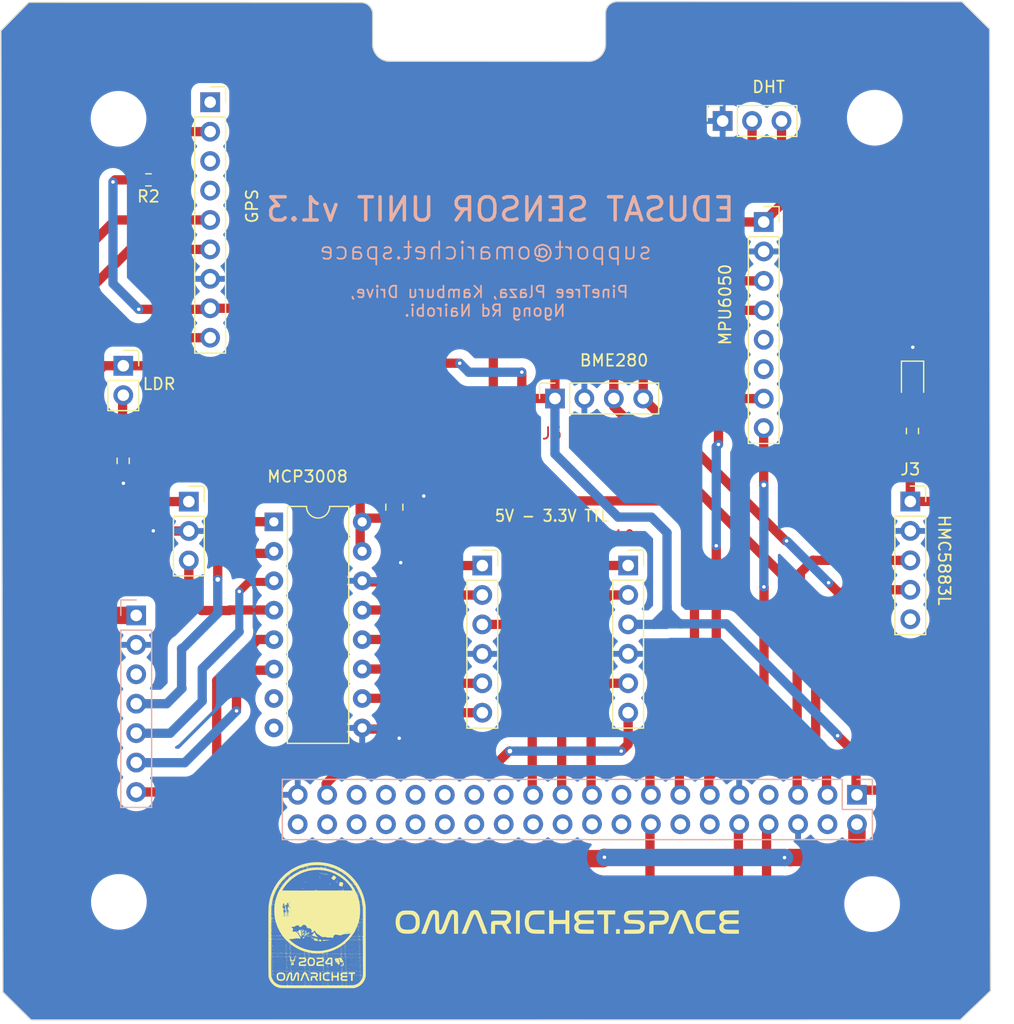
<source format=kicad_pcb>
(kicad_pcb (version 20221018) (generator pcbnew)
  (layers (0 "F.Cu" signal) (31 "B.Cu" power) (34 "B.Paste" user) (35 "F.Paste" user) (36 "B.SilkS" user "B.Silkscreen") (37 "F.SilkS" user "F.Silkscreen") (38 "B.Mask" user) (39 "F.Mask" user) (44 "Edge.Cuts" user))
  (net 0 "")
  (net 1 "+5V")
  (net 2 "GND")
  (net 3 "CH0")
  (net 4 "DHTOUT")
  (net 5 "+3.3V")
  (net 6 "SCL")
  (net 7 "SDA")
  (net 11 "ADO")
  (net 12 "INT")
  (net 16 "TX")
  (net 17 "RX")
  (net 18 "PPS")
  (net 19 "CH3")
  (net 20 "CLK")
  (net 21 "MISO")
  (net 22 "MOSI")
  (net 23 "CS")
  (net 30 "RXO1_MOSI")
  (net 32 "RXO_MISO")
  (net 34 "TXI_CLK")
  (net 40 "OE")
  (net 48 "TXI1_CS")
  (net 51 "CH1")
  (net 52 "CH2")
  (net 55 "/EN")
  (net 56 "Net-(D1-Pad2)")
  (net 57 "CH4")
  (net 58 "CH5")
  (footprint "LED_SMD:LED_0805_2012Metric" (layer "F.Cu") (at 164.47 94.2575 -90)
    (fp_text reference "D1" (at -0.5315 2.418 90) (layer "F.Cu"))
    (fp_text value "LED")
    (pad "1" smd roundrect (at -0.9375 0 270) (size 0.975 1.4) (layers "F.Cu" "F.Paste" "F.Mask") (net 2 "GND"))
    (pad "2" smd roundrect (at 0.9375 0 270) (size 0.975 1.4) (layers "F.Cu" "F.Paste" "F.Mask") (net 56 "Net-(D1-Pad2)"))
  )
  (footprint "Resistor_SMD:R_0603_1608Metric" (layer "F.Cu") (at 98.53 76.93 180)
    (fp_text reference "R2" (at 0 -1.43) (layer "F.SilkS"))
    (fp_text value "10K")
    (pad "1" smd roundrect (at -0.825 0 180) (size 0.8 0.95) (layers "F.Cu" "F.Paste" "F.Mask") (net 55 "/EN"))
    (pad "2" smd roundrect (at 0.825 0 180) (size 0.8 0.95) (layers "F.Cu" "F.Paste" "F.Mask") (net 5 "+3.3V"))
  )
  (footprint "MountingHole:MountingHole_3.2mm_M3" (layer "F.Cu") (at 95.95 71.66)
    (fp_text reference "H2" hide)
    (fp_text value "MountingHole")
    (pad "" np_thru_hole circle (at 0 0) (size 3.2 3.2) (drill 3.2) (layers "*.Cu" "*.Mask"))
  )
  (footprint "LOGO" (layer "F.Cu") (at 112.683752 141.510347)
    (fp_text reference "G***" hide)
    (fp_text value "LOGO" hide)
  )
  (footprint "Package_DIP:DIP-16_W7.62mm" (layer "F.Cu") (at 109.356 106.441)
    (fp_text reference "U1" (at 3.81 -2.33) (layer "F.Cu"))
    (fp_text value "MCP3008")
    (pad "1" thru_hole rect (at 0 0) (size 1.6 1.6) (drill 0.8) (layers "*.Cu" "*.Mask") (net 3 "CH0"))
    (pad "2" thru_hole oval (at 0 2.54) (size 1.6 1.6) (drill 0.8) (layers "*.Cu" "*.Mask") (net 51 "CH1"))
    (pad "3" thru_hole oval (at 0 5.08) (size 1.6 1.6) (drill 0.8) (layers "*.Cu" "*.Mask") (net 52 "CH2"))
    (pad "4" thru_hole oval (at 0 7.62) (size 1.6 1.6) (drill 0.8) (layers "*.Cu" "*.Mask") (net 19 "CH3"))
    (pad "5" thru_hole oval (at 0 10.16) (size 1.6 1.6) (drill 0.8) (layers "*.Cu" "*.Mask") (net 57 "CH4"))
    (pad "6" thru_hole oval (at 0 12.7) (size 1.6 1.6) (drill 0.8) (layers "*.Cu" "*.Mask") (net 58 "CH5"))
    (pad "7" thru_hole oval (at 0 15.24) (size 1.6 1.6) (drill 0.8) (layers "*.Cu" "*.Mask"))
    (pad "8" thru_hole oval (at 0 17.78) (size 1.6 1.6) (drill 0.8) (layers "*.Cu" "*.Mask"))
    (pad "9" thru_hole oval (at 7.62 17.78) (size 1.6 1.6) (drill 0.8) (layers "*.Cu" "*.Mask") (net 2 "GND"))
    (pad "10" thru_hole oval (at 7.62 15.24) (size 1.6 1.6) (drill 0.8) (layers "*.Cu" "*.Mask") (net 23 "CS"))
    (pad "11" thru_hole oval (at 7.62 12.7) (size 1.6 1.6) (drill 0.8) (layers "*.Cu" "*.Mask") (net 22 "MOSI"))
    (pad "12" thru_hole oval (at 7.62 10.16) (size 1.6 1.6) (drill 0.8) (layers "*.Cu" "*.Mask") (net 21 "MISO"))
    (pad "13" thru_hole oval (at 7.62 7.62) (size 1.6 1.6) (drill 0.8) (layers "*.Cu" "*.Mask") (net 20 "CLK"))
    (pad "14" thru_hole oval (at 7.62 5.08) (size 1.6 1.6) (drill 0.8) (layers "*.Cu" "*.Mask") (net 2 "GND"))
    (pad "15" thru_hole oval (at 7.62 2.54) (size 1.6 1.6) (drill 0.8) (layers "*.Cu" "*.Mask") (net 1 "+5V"))
    (pad "16" thru_hole oval (at 7.62 0) (size 1.6 1.6) (drill 0.8) (layers "*.Cu" "*.Mask") (net 1 "+5V"))
  )
  (footprint "Connector_PinSocket_2.54mm:PinSocket_1x03_P2.54mm_Vertical" (layer "F.Cu") (at 102.015 104.69)
    (fp_text reference "J7" (at 2.633 2.498) (layer "F.Cu"))
    (fp_text value "Conn_01x03_GUVA-S12SD")
    (pad "1" thru_hole rect (at 0 0) (size 1.7 1.7) (drill 1) (layers "*.Cu" "*.Mask") (net 1 "+5V"))
    (pad "2" thru_hole oval (at 0 2.54) (size 1.7 1.7) (drill 1) (layers "*.Cu" "*.Mask") (net 2 "GND"))
    (pad "3" thru_hole oval (at 0 5.08) (size 1.7 1.7) (drill 1) (layers "*.Cu" "*.Mask") (net 19 "CH3"))
  )
  (footprint "MountingHole:MountingHole_3.2mm_M3" (layer "F.Cu") (at 161.21 71.57)
    (fp_text reference "H1" hide)
    (fp_text value "MountingHole")
    (pad "" np_thru_hole circle (at 0 0) (size 3.2 3.2) (drill 3.2) (layers "*.Cu" "*.Mask"))
  )
  (footprint "Capacitor_SMD:C_0805_2012Metric" (layer "F.Cu") (at 119.75 105.17 90)
    (fp_text reference "C1" (at 3.94 -0.61 180) (layer "F.Cu"))
    (fp_text value "100n")
    (pad "1" smd roundrect (at -0.95 0 90) (size 1 1.45) (layers "F.Cu" "F.Paste" "F.Mask") (net 1 "+5V"))
    (pad "2" smd roundrect (at 0.95 0 90) (size 1 1.45) (layers "F.Cu" "F.Paste" "F.Mask") (net 2 "GND"))
  )
  (footprint "Connector_PinSocket_2.54mm:PinSocket_1x02_P2.54mm_Vertical" (layer "F.Cu") (at 96.36 92.97)
    (fp_text reference "J1" (at 3.208 3.804) (layer "F.Cu"))
    (fp_text value "Conn_01x02_Light")
    (pad "1" thru_hole rect (at 0 0) (size 1.7 1.7) (drill 1) (layers "*.Cu" "*.Mask") (net 1 "+5V"))
    (pad "2" thru_hole oval (at 0 2.54) (size 1.7 1.7) (drill 1) (layers "*.Cu" "*.Mask") (net 3 "CH0"))
  )
  (footprint "Connector_PinSocket_2.54mm:PinSocket_1x04_P2.54mm_Vertical" (layer "F.Cu") (at 133.61 95.795 90)
    (fp_text reference "J5" (at -3.011 -0.26) (layer "F.Cu"))
    (fp_text value "Conn_01x04_BME280")
    (pad "1" thru_hole rect (at 0 0 90) (size 1.7 1.7) (drill 1) (layers "*.Cu" "*.Mask") (net 5 "+3.3V"))
    (pad "2" thru_hole oval (at 0 2.54 90) (size 1.7 1.7) (drill 1) (layers "*.Cu" "*.Mask") (net 2 "GND"))
    (pad "3" thru_hole oval (at 0 5.08 90) (size 1.7 1.7) (drill 1) (layers "*.Cu" "*.Mask") (net 6 "SCL"))
    (pad "4" thru_hole oval (at 0 7.62 90) (size 1.7 1.7) (drill 1) (layers "*.Cu" "*.Mask") (net 7 "SDA"))
  )
  (footprint "MountingHole:MountingHole_3.2mm_M3" (layer "F.Cu") (at 160.98 139.42)
    (fp_text reference "H4" hide)
    (fp_text value "MountingHole")
    (pad "" np_thru_hole circle (at 0 0) (size 3.2 3.2) (drill 3.2) (layers "*.Cu" "*.Mask"))
  )
  (footprint "LOGO" (layer "F.Cu") (at 134.681727 141.115978)
    (fp_text reference "G***" hide)
    (fp_text value "LOGO" hide)
  )
  (footprint "Connector_PinSocket_2.54mm:PinSocket_1x08_P2.54mm_Vertical" (layer "F.Cu") (at 151.625 80.565)
    (fp_text reference "J4" (at 3.569 2.239) (layer "F.Cu"))
    (fp_text value "Conn_01x08_mpu6050")
    (pad "1" thru_hole rect (at 0 0) (size 1.7 1.7) (drill 1) (layers "*.Cu" "*.Mask") (net 5 "+3.3V"))
    (pad "2" thru_hole oval (at 0 2.54) (size 1.7 1.7) (drill 1) (layers "*.Cu" "*.Mask") (net 2 "GND"))
    (pad "3" thru_hole oval (at 0 5.08) (size 1.7 1.7) (drill 1) (layers "*.Cu" "*.Mask") (net 6 "SCL"))
    (pad "4" thru_hole oval (at 0 7.62) (size 1.7 1.7) (drill 1) (layers "*.Cu" "*.Mask") (net 7 "SDA"))
    (pad "5" thru_hole oval (at 0 10.16) (size 1.7 1.7) (drill 1) (layers "*.Cu" "*.Mask"))
    (pad "6" thru_hole oval (at 0 12.7) (size 1.7 1.7) (drill 1) (layers "*.Cu" "*.Mask"))
    (pad "7" thru_hole oval (at 0 15.24) (size 1.7 1.7) (drill 1) (layers "*.Cu" "*.Mask") (net 11 "ADO"))
    (pad "8" thru_hole oval (at 0 17.78) (size 1.7 1.7) (drill 1) (layers "*.Cu" "*.Mask") (net 12 "INT"))
  )
  (footprint "Connector_PinSocket_2.54mm:PinSocket_1x03_P2.54mm_Vertical" (layer "F.Cu") (at 148.08 71.85 90)
    (fp_text reference "J2" (at 2.995 0.025 180) (layer "F.Cu"))
    (fp_text value "Conn_01x03_DHT")
    (pad "1" thru_hole rect (at 0 0 90) (size 1.7 1.7) (drill 1) (layers "*.Cu" "*.Mask") (net 2 "GND"))
    (pad "2" thru_hole oval (at 0 2.54 90) (size 1.7 1.7) (drill 1) (layers "*.Cu" "*.Mask") (net 4 "DHTOUT"))
    (pad "3" thru_hole oval (at 0 5.08 90) (size 1.7 1.7) (drill 1) (layers "*.Cu" "*.Mask") (net 5 "+3.3V"))
  )
  (footprint "Connector_PinSocket_2.54mm:PinSocket_1x06_P2.54mm_Vertical" (layer "F.Cu") (at 139.925 110.205)
    (fp_text reference "J10" (at -0.733 -2.509) (layer "F.Cu"))
    (fp_text value "Conn_01x06_LLCB")
    (pad "1" thru_hole rect (at 0 0) (size 1.7 1.7) (drill 1) (layers "*.Cu" "*.Mask") (net 34 "TXI_CLK"))
    (pad "2" thru_hole oval (at 0 2.54) (size 1.7 1.7) (drill 1) (layers "*.Cu" "*.Mask") (net 32 "RXO_MISO"))
    (pad "3" thru_hole oval (at 0 5.08) (size 1.7 1.7) (drill 1) (layers "*.Cu" "*.Mask") (net 5 "+3.3V"))
    (pad "4" thru_hole oval (at 0 7.62) (size 1.7 1.7) (drill 1) (layers "*.Cu" "*.Mask") (net 2 "GND"))
    (pad "5" thru_hole oval (at 0 10.16) (size 1.7 1.7) (drill 1) (layers "*.Cu" "*.Mask") (net 30 "RXO1_MOSI"))
    (pad "6" thru_hole oval (at 0 12.7) (size 1.7 1.7) (drill 1) (layers "*.Cu" "*.Mask") (net 48 "TXI1_CS"))
  )
  (footprint "Connector_PinSocket_2.54mm:PinSocket_1x05_P2.54mm_Vertical" (layer "F.Cu") (at 164.275 104.68)
    (fp_text reference "J3" (at 0 -2.77) (layer "F.SilkS"))
    (fp_text value "Conn_01x05_HMC5883L")
    (pad "1" thru_hole rect (at 0 0) (size 1.7 1.7) (drill 1) (layers "*.Cu" "*.Mask") (net 5 "+3.3V"))
    (pad "2" thru_hole oval (at 0 2.54) (size 1.7 1.7) (drill 1) (layers "*.Cu" "*.Mask") (net 2 "GND"))
    (pad "3" thru_hole oval (at 0 5.08) (size 1.7 1.7) (drill 1) (layers "*.Cu" "*.Mask") (net 6 "SCL"))
    (pad "4" thru_hole oval (at 0 7.62) (size 1.7 1.7) (drill 1) (layers "*.Cu" "*.Mask") (net 7 "SDA"))
    (pad "5" thru_hole oval (at 0 10.16) (size 1.7 1.7) (drill 1) (layers "*.Cu" "*.Mask"))
  )
  (footprint "Connector_PinSocket_2.54mm:PinSocket_1x06_P2.54mm_Vertical" (layer "F.Cu") (at 127.34 110.21)
    (fp_text reference "J8" (at -3.134 -2.006) (layer "F.Cu"))
    (fp_text value "Conn_01x06_LLCA")
    (pad "1" thru_hole rect (at 0 0) (size 1.7 1.7) (drill 1) (layers "*.Cu" "*.Mask") (net 20 "CLK"))
    (pad "2" thru_hole oval (at 0 2.54) (size 1.7 1.7) (drill 1) (layers "*.Cu" "*.Mask") (net 21 "MISO"))
    (pad "3" thru_hole oval (at 0 5.08) (size 1.7 1.7) (drill 1) (layers "*.Cu" "*.Mask") (net 1 "+5V"))
    (pad "4" thru_hole oval (at 0 7.62) (size 1.7 1.7) (drill 1) (layers "*.Cu" "*.Mask") (net 2 "GND"))
    (pad "5" thru_hole oval (at 0 10.16) (size 1.7 1.7) (drill 1) (layers "*.Cu" "*.Mask") (net 22 "MOSI"))
    (pad "6" thru_hole oval (at 0 12.7) (size 1.7 1.7) (drill 1) (layers "*.Cu" "*.Mask") (net 23 "CS"))
  )
  (footprint "Resistor_SMD:R_0603_1608Metric" (layer "F.Cu") (at 96.35 101.175 -90)
    (fp_text reference "R1" (at 1.187 -2.202) (layer "F.Cu"))
    (fp_text value "10k")
    (pad "1" smd roundrect (at -0.825 0 270) (size 0.8 0.95) (layers "F.Cu" "F.Paste" "F.Mask") (net 3 "CH0"))
    (pad "2" smd roundrect (at 0.825 0 270) (size 0.8 0.95) (layers "F.Cu" "F.Paste" "F.Mask") (net 2 "GND"))
  )
  (footprint "MountingHole:MountingHole_3.2mm_M3" (layer "F.Cu") (at 95.98 139.23)
    (fp_text reference "H3" hide)
    (fp_text value "MountingHole")
    (pad "" np_thru_hole circle (at 0 0) (size 3.2 3.2) (drill 3.2) (layers "*.Cu" "*.Mask"))
  )
  (footprint "Resistor_SMD:R_0603_1608Metric" (layer "F.Cu") (at 164.46 98.6 90)
    (fp_text reference "R3" (at -0.206 -2.408 90) (layer "F.Cu"))
    (fp_text value "R")
    (pad "1" smd roundrect (at -0.825 0 90) (size 0.8 0.95) (layers "F.Cu" "F.Paste" "F.Mask") (net 5 "+3.3V"))
    (pad "2" smd roundrect (at 0.825 0 90) (size 0.8 0.95) (layers "F.Cu" "F.Paste" "F.Mask") (net 56 "Net-(D1-Pad2)"))
  )
  (footprint "Connector_PinSocket_2.54mm:PinSocket_1x09_P2.54mm_Vertical" (layer "F.Cu") (at 103.855 70.23)
    (fp_text reference "J6" (at 0 -2.77) (layer "F.Cu"))
    (fp_text value "Conn_01x09_GPS")
    (pad "1" thru_hole rect (at 0 0) (size 1.7 1.7) (drill 1) (layers "*.Cu" "*.Mask"))
    (pad "2" thru_hole oval (at 0 2.54) (size 1.7 1.7) (drill 1) (layers "*.Cu" "*.Mask") (net 55 "/EN"))
    (pad "3" thru_hole oval (at 0 5.08) (size 1.7 1.7) (drill 1) (layers "*.Cu" "*.Mask"))
    (pad "4" thru_hole oval (at 0 7.62) (size 1.7 1.7) (drill 1) (layers "*.Cu" "*.Mask"))
    (pad "5" thru_hole oval (at 0 10.16) (size 1.7 1.7) (drill 1) (layers "*.Cu" "*.Mask") (net 16 "TX"))
    (pad "6" thru_hole oval (at 0 12.7) (size 1.7 1.7) (drill 1) (layers "*.Cu" "*.Mask") (net 17 "RX"))
    (pad "7" thru_hole oval (at 0 15.24) (size 1.7 1.7) (drill 1) (layers "*.Cu" "*.Mask") (net 2 "GND"))
    (pad "8" thru_hole oval (at 0 17.78) (size 1.7 1.7) (drill 1) (layers "*.Cu" "*.Mask") (net 5 "+3.3V"))
    (pad "9" thru_hole oval (at 0 20.32) (size 1.7 1.7) (drill 1) (layers "*.Cu" "*.Mask") (net 18 "PPS"))
  )
  (footprint "Connector_PinSocket_2.54mm:PinSocket_1x07_P2.54mm_Vertical" (layer "B.Cu") (at 97.475 114.51 180)
    (fp_text reference "J11" (at 0 2.77) (layer "F.Cu") (effects (justify mirror)))
    (fp_text value "Conn_01x07_Female")
    (pad "1" thru_hole rect (at 0 0 180) (size 1.7 1.7) (drill 1) (layers "*.Cu" "*.Mask") (net 1 "+5V"))
    (pad "2" thru_hole oval (at 0 -2.54 180) (size 1.7 1.7) (drill 1) (layers "*.Cu" "*.Mask") (net 2 "GND"))
    (pad "3" thru_hole oval (at 0 -5.08 180) (size 1.7 1.7) (drill 1) (layers "*.Cu" "*.Mask"))
    (pad "4" thru_hole oval (at 0 -7.62 180) (size 1.7 1.7) (drill 1) (layers "*.Cu" "*.Mask") (net 51 "CH1"))
    (pad "5" thru_hole oval (at 0 -10.16 180) (size 1.7 1.7) (drill 1) (layers "*.Cu" "*.Mask") (net 52 "CH2"))
    (pad "6" thru_hole oval (at 0 -12.7 180) (size 1.7 1.7) (drill 1) (layers "*.Cu" "*.Mask") (net 58 "CH5"))
    (pad "7" thru_hole oval (at 0 -15.24 180) (size 1.7 1.7) (drill 1) (layers "*.Cu" "*.Mask") (net 57 "CH4"))
  )
  (footprint "Connector_PinSocket_2.54mm:PinSocket_2x20_P2.54mm_Vertical" (layer "B.Cu") (at 159.67 129.99 90)
    (fp_text reference "J9" (at -1.582 2.77) (layer "F.Cu") (effects (justify mirror)))
    (fp_text value "Conn_02x20_Odd_Even")
    (pad "1" thru_hole rect (at 0 0 90) (size 1.7 1.7) (drill 1) (layers "*.Cu" "*.Mask") (net 5 "+3.3V"))
    (pad "2" thru_hole oval (at -2.54 0 90) (size 1.7 1.7) (drill 1) (layers "*.Cu" "*.Mask") (net 1 "+5V"))
    (pad "3" thru_hole oval (at 0 -2.54 90) (size 1.7 1.7) (drill 1) (layers "*.Cu" "*.Mask") (net 7 "SDA"))
    (pad "4" thru_hole oval (at -2.54 -2.54 90) (size 1.7 1.7) (drill 1) (layers "*.Cu" "*.Mask"))
    (pad "5" thru_hole oval (at 0 -5.08 90) (size 1.7 1.7) (drill 1) (layers "*.Cu" "*.Mask") (net 6 "SCL"))
    (pad "6" thru_hole oval (at -2.54 -5.08 90) (size 1.7 1.7) (drill 1) (layers "*.Cu" "*.Mask") (net 2 "GND"))
    (pad "7" thru_hole oval (at 0 -7.62 90) (size 1.7 1.7) (drill 1) (layers "*.Cu" "*.Mask"))
    (pad "8" thru_hole oval (at -2.54 -7.62 90) (size 1.7 1.7) (drill 1) (layers "*.Cu" "*.Mask") (net 16 "TX"))
    (pad "9" thru_hole oval (at 0 -10.16 90) (size 1.7 1.7) (drill 1) (layers "*.Cu" "*.Mask") (net 2 "GND"))
    (pad "10" thru_hole oval (at -2.54 -10.16 90) (size 1.7 1.7) (drill 1) (layers "*.Cu" "*.Mask") (net 17 "RX"))
    (pad "11" thru_hole oval (at 0 -12.7 90) (size 1.7 1.7) (drill 1) (layers "*.Cu" "*.Mask") (net 12 "INT"))
    (pad "12" thru_hole oval (at -2.54 -12.7 90) (size 1.7 1.7) (drill 1) (layers "*.Cu" "*.Mask"))
    (pad "13" thru_hole oval (at 0 -15.24 90) (size 1.7 1.7) (drill 1) (layers "*.Cu" "*.Mask") (net 11 "ADO"))
    (pad "14" thru_hole oval (at -2.54 -15.24 90) (size 1.7 1.7) (drill 1) (layers "*.Cu" "*.Mask"))
    (pad "15" thru_hole oval (at 0 -17.78 90) (size 1.7 1.7) (drill 1) (layers "*.Cu" "*.Mask") (net 4 "DHTOUT"))
    (pad "16" thru_hole oval (at -2.54 -17.78 90) (size 1.7 1.7) (drill 1) (layers "*.Cu" "*.Mask") (net 18 "PPS"))
    (pad "17" thru_hole oval (at 0 -20.32 90) (size 1.7 1.7) (drill 1) (layers "*.Cu" "*.Mask"))
    (pad "18" thru_hole oval (at -2.54 -20.32 90) (size 1.7 1.7) (drill 1) (layers "*.Cu" "*.Mask"))
    (pad "19" thru_hole oval (at 0 -22.86 90) (size 1.7 1.7) (drill 1) (layers "*.Cu" "*.Mask") (net 30 "RXO1_MOSI"))
    (pad "20" thru_hole oval (at -2.54 -22.86 90) (size 1.7 1.7) (drill 1) (layers "*.Cu" "*.Mask"))
    (pad "21" thru_hole oval (at 0 -25.4 90) (size 1.7 1.7) (drill 1) (layers "*.Cu" "*.Mask") (net 32 "RXO_MISO"))
    (pad "22" thru_hole oval (at -2.54 -25.4 90) (size 1.7 1.7) (drill 1) (layers "*.Cu" "*.Mask"))
    (pad "23" thru_hole oval (at 0 -27.94 90) (size 1.7 1.7) (drill 1) (layers "*.Cu" "*.Mask") (net 34 "TXI_CLK"))
    (pad "24" thru_hole oval (at -2.54 -27.94 90) (size 1.7 1.7) (drill 1) (layers "*.Cu" "*.Mask"))
    (pad "25" thru_hole oval (at 0 -30.48 90) (size 1.7 1.7) (drill 1) (layers "*.Cu" "*.Mask"))
    (pad "26" thru_hole oval (at -2.54 -30.48 90) (size 1.7 1.7) (drill 1) (layers "*.Cu" "*.Mask"))
    (pad "27" thru_hole oval (at 0 -33.02 90) (size 1.7 1.7) (drill 1) (layers "*.Cu" "*.Mask"))
    (pad "28" thru_hole oval (at -2.54 -33.02 90) (size 1.7 1.7) (drill 1) (layers "*.Cu" "*.Mask"))
    (pad "29" thru_hole oval (at 0 -35.56 90) (size 1.7 1.7) (drill 1) (layers "*.Cu" "*.Mask") (net 40 "OE"))
    (pad "30" thru_hole oval (at -2.54 -35.56 90) (size 1.7 1.7) (drill 1) (layers "*.Cu" "*.Mask"))
    (pad "31" thru_hole oval (at 0 -38.1 90) (size 1.7 1.7) (drill 1) (layers "*.Cu" "*.Mask"))
    (pad "32" thru_hole oval (at -2.54 -38.1 90) (size 1.7 1.7) (drill 1) (layers "*.Cu" "*.Mask"))
    (pad "33" thru_hole oval (at 0 -40.64 90) (size 1.7 1.7) (drill 1) (layers "*.Cu" "*.Mask"))
    (pad "34" thru_hole oval (at -2.54 -40.64 90) (size 1.7 1.7) (drill 1) (layers "*.Cu" "*.Mask"))
    (pad "35" thru_hole oval (at 0 -43.18 90) (size 1.7 1.7) (drill 1) (layers "*.Cu" "*.Mask"))
    (pad "36" thru_hole oval (at -2.54 -43.18 90) (size 1.7 1.7) (drill 1) (layers "*.Cu" "*.Mask"))
    (pad "37" thru_hole oval (at 0 -45.72 90) (size 1.7 1.7) (drill 1) (layers "*.Cu" "*.Mask") (net 48 "TXI1_CS"))
    (pad "38" thru_hole oval (at -2.54 -45.72 90) (size 1.7 1.7) (drill 1) (layers "*.Cu" "*.Mask"))
    (pad "39" thru_hole oval (at 0 -48.26 90) (size 1.7 1.7) (drill 1) (layers "*.Cu" "*.Mask") (net 2 "GND"))
    (pad "40" thru_hole oval (at -2.54 -48.26 90) (size 1.7 1.7) (drill 1) (layers "*.Cu" "*.Mask"))
  )
  (gr_arc (start 116.88 61.63) (mid 117.587107 61.922893) (end 117.88 62.63) (stroke (width 0.1)) (layer "Edge.Cuts"))
  (gr_arc (start 137.98 62.55) (mid 138.272893 61.842893) (end 138.98 61.55) (stroke (width 0.1)) (layer "Edge.Cuts"))
  (gr_arc (start 119.25 66.7) (mid 118.252167 66.207526) (end 117.877136 65.159884) (stroke (width 0.1)) (layer "Edge.Cuts"))
  (gr_line (start 171.19 146.91) (end 168.58 149.41) (stroke (width 0.1)) (layer "Edge.Cuts"))
  (gr_line (start 85.97 147.01) (end 85.8 64.06) (stroke (width 0.1)) (layer "Edge.Cuts"))
  (gr_line (start 168.73 61.56) (end 171.12 63.92) (stroke (width 0.1)) (layer "Edge.Cuts"))
  (gr_line (start 138.98 61.55) (end 168.73 61.56) (stroke (width 0.1)) (layer "Edge.Cuts"))
  (gr_arc (start 137.979995 65.22) (mid 137.526444 66.28473) (end 136.45 66.709733) (stroke (width 0.1)) (layer "Edge.Cuts"))
  (gr_line (start 116.88 61.63) (end 88.2 61.62) (stroke (width 0.1)) (layer "Edge.Cuts"))
  (gr_line (start 136.45 66.709733) (end 119.25 66.7) (stroke (width 0.1)) (layer "Edge.Cuts"))
  (gr_line (start 85.8 64.06) (end 88.2 61.62) (stroke (width 0.1)) (layer "Edge.Cuts"))
  (gr_line (start 168.58 149.41) (end 88.41 149.42) (stroke (width 0.1)) (layer "Edge.Cuts"))
  (gr_line (start 117.88 62.63) (end 117.877136 65.159884) (stroke (width 0.1)) (layer "Edge.Cuts"))
  (gr_line (start 88.41 149.42) (end 85.97 147.01) (stroke (width 0.1)) (layer "Edge.Cuts"))
  (gr_line (start 137.979995 65.22) (end 137.98 62.55) (stroke (width 0.1)) (layer "Edge.Cuts"))
  (gr_line (start 171.12 63.92) (end 171.19 146.91) (stroke (width 0.1)) (layer "Edge.Cuts"))
  (gr_text "J3" (at 161.544 101.854) (layer "F.Cu") (effects (font (size 1.5 1.5) (thickness 0.3))))
  (gr_text "UV" (at 99.03 109.728) (layer "F.Cu") (effects (font (size 1 1))))
  (gr_text "EDUSAT SENSOR UNIT v1.3" (at 128.9 79.48) (layer "B.SilkS") (effects (font (size 2 2) (thickness 0.3)) (justify mirror)))
  (gr_text "PineTree Plaza, Kamburu Drive, \nNgong Rd Nairobi." (at 127.56 87.41) (layer "B.SilkS") (effects (font (size 1 1)) (justify mirror)))
  (gr_text "support@omarichet.space" (at 127.62 83.05) (layer "B.SilkS") (effects (font (size 1.5 1.5)) (justify mirror)))
  (gr_text "MCP3008" (at 112.26 102.53) (layer "F.SilkS") (effects (font (size 1 1))))
  (gr_text "MPU6050" (at 148.3 87.69 90) (layer "F.SilkS") (effects (font (size 1 1))))
  (gr_text "LDR" (at 99.45 94.54) (layer "F.SilkS") (effects (font (size 1 1))))
  (gr_text "HMC5883L" (at 167.2 109.75 270) (layer "F.SilkS") (effects (font (size 1 1))))
  (gr_text "GPS" (at 107.475 79.2 90) (layer "F.SilkS") (effects (font (size 1 1))))
  (gr_text "5V - 3.3V TTL" (at 133.35 105.918) (layer "F.SilkS") (effects (font (size 1 0.9))))
  (gr_text "DHT" (at 152.045 68.915) (layer "F.SilkS") (effects (font (size 1 1))))
  (gr_text "BME280" (at 138.71 92.51) (layer "F.SilkS") (effects (font (size 1 1))))
  (segment (start 130.8 108.35) (end 130.8 114.05) (width 0.8) (layer "F.Cu") (net 1))
  (segment (start 159.67 132.53) (end 159.67 134.28) (width 1.5) (layer "F.Cu") (net 1))
  (segment (start 103.17 133.69) (end 104.98 135.5) (width 1.5) (layer "F.Cu") (net 1))
  (segment (start 137.76 135.5) (end 137.88 135.38) (width 1.5) (layer "F.Cu") (net 1))
  (segment (start 96.01 133.69) (end 103.17 133.69) (width 1.5) (layer "F.Cu") (net 1))
  (segment (start 93.15 110.69) (end 93.15 109.98) (width 0.8) (layer "F.Cu") (net 1))
  (segment (start 93.15 110.69) (end 93.15 110.57) (width 0.8) (layer "F.Cu") (net 1))
  (segment (start 93.21 113.89) (end 93.21 111.57) (width 1.5) (layer "F.Cu") (net 1))
  (segment (start 93.21 130.89) (end 96.01 133.69) (width 1.5) (layer "F.Cu") (net 1))
  (segment (start 93.15 111.09) (end 93.15 111.57) (width 0.8) (layer "F.Cu") (net 1))
  (segment (start 96.36 92.97) (end 100.45 92.97) (width 0.8) (layer "F.Cu") (net 1))
  (segment (start 159.67 134.28) (end 158.55 135.4) (width 1.5) (layer "F.Cu") (net 1))
  (segment (start 96.63 106.65) (end 98.59 104.69) (width 0.8) (layer "F.Cu") (net 1))
  (segment (start 98.59 104.69) (end 102.015 104.69) (width 0.8) (layer "F.Cu") (net 1))
  (segment (start 130.8 114.05) (end 129.56 115.29) (width 0.8) (layer "F.Cu") (net 1))
  (segment (start 113.05 96.22) (end 116.8 99.97) (width 0.8) (layer "F.Cu") (net 1))
  (segment (start 95.96 106.65) (end 96.63 106.65) (width 0.8) (layer "F.Cu") (net 1))
  (segment (start 93.91 104.6) (end 95.96 106.65) (width 0.8) (layer "F.Cu") (net 1))
  (segment (start 94.21 93.49) (end 94.21 93.45) (width 0.8) (layer "F.Cu") (net 1))
  (segment (start 93.15 109.98) (end 93.15 104.6) (width 0.8) (layer "F.Cu") (net 1))
  (segment (start 116.8 99.97) (end 116.8 106.425) (width 0.8) (layer "F.Cu") (net 1))
  (segment (start 93.83 114.51) (end 93.21 113.89) (width 1.5) (layer "F.Cu") (net 1))
  (segment (start 129.56 115.29) (end 127.34 115.29) (width 0.8) (layer "F.Cu") (net 1))
  (segment (start 100.45 92.97) (end 103.7 96.22) (width 0.8) (layer "F.Cu") (net 1))
  (segment (start 103.7 96.22) (end 113.05 96.22) (width 0.8) (layer "F.Cu") (net 1))
  (segment (start 119.75 106.12) (end 117.105 106.12) (width 0.8) (layer "F.Cu") (net 1))
  (segment (start 104.98 135.5) (end 137.76 135.5) (width 1.5) (layer "F.Cu") (net 1))
  (segment (start 158.55 135.4) (end 153.94 135.4) (width 1.5) (layer "F.Cu") (net 1))
  (segment (start 94.21 93.45) (end 94.69 92.97) (width 0.8) (layer "F.Cu") (net 1))
  (segment (start 153.93 135.41) (end 153.82 135.41) (width 1.5) (layer "F.Cu") (net 1))
  (segment (start 116.8 106.425) (end 116.8 108.965) (width 0.8) (layer "F.Cu") (net 1))
  (segment (start 93.15 104.6) (end 93.91 104.6) (width 0.8) (layer "F.Cu") (net 1))
  (segment (start 153.94 135.4) (end 153.93 135.41) (width 1.5) (layer "F.Cu") (net 1))
  (segment (start 97.475 114.51) (end 93.83 114.51) (width 1.5) (layer "F.Cu") (net 1))
  (segment (start 93.15 111.09) (end 93.15 110.69) (width 0.8) (layer "F.Cu") (net 1))
  (segment (start 117.105 106.12) (end 116.8 106.425) (width 0.8) (layer "F.Cu") (net 1))
  (segment (start 119.75 106.12) (end 128.57 106.12) (width 0.8) (layer "F.Cu") (net 1))
  (segment (start 93.15 104.6) (end 93.15 94.55) (width 0.8) (layer "F.Cu") (net 1))
  (segment (start 128.57 106.12) (end 130.8 108.35) (width 0.8) (layer "F.Cu") (net 1))
  (segment (start 94.69 92.97) (end 96.36 92.97) (width 0.8) (layer "F.Cu") (net 1))
  (segment (start 93.15 94.55) (end 94.21 93.49) (width 0.8) (layer "F.Cu") (net 1))
  (segment (start 93.21 113.89) (end 93.21 130.89) (width 1.5) (layer "F.Cu") (net 1))
  (via (at 153.4195 135.41) (size 0.7) (drill 0.3) (layers "F.Cu" "B.Cu") (net 1))
  (via (at 137.88 135.38) (size 0.7) (drill 0.3) (layers "F.Cu" "B.Cu") (net 1))
  (segment (start 137.922 135.4) (end 153.4095 135.4) (width 1.5) (layer "B.Cu") (net 1))
  (segment (start 137.922 135.4) (end 137.9 135.4) (width 0.8) (layer "B.Cu") (net 1))
  (segment (start 137.9 135.4) (end 137.88 135.38) (width 0.8) (layer "B.Cu") (net 1))
  (segment (start 153.4095 135.4) (end 153.4195 135.41) (width 1.5) (layer "B.Cu") (net 1))
  (segment (start 98.965 107.23) (end 98.95 107.215) (width 0.8) (layer "F.Cu") (net 2))
  (segment (start 102.015 107.23) (end 98.965 107.23) (width 0.8) (layer "F.Cu") (net 2))
  (segment (start 117.19 111.62) (end 118.64 111.62) (width 0.8) (layer "F.Cu") (net 2))
  (segment (start 164.47 93.32) (end 164.47 91.39) (width 0.8) (layer "F.Cu") (net 2))
  (segment (start 118.64 111.62) (end 120.3 109.96) (width 0.8) (layer "F.Cu") (net 2))
  (segment (start 122.28 104.22) (end 119.75 104.22) (width 0.8) (layer "F.Cu") (net 2))
  (segment (start 122.29 104.21) (end 122.28 104.22) (width 0.8) (layer "F.Cu") (net 2))
  (segment (start 96.35 103.09) (end 96.37 103.11) (width 0.8) (layer "F.Cu") (net 2))
  (segment (start 117.19 124.32) (end 119.38 124.32) (width 0.8) (layer "F.Cu") (net 2))
  (segment (start 119.38 124.32) (end 120.17 125.11) (width 0.8) (layer "F.Cu") (net 2))
  (segment (start 164.47 91.39) (end 164.49 91.37) (width 0.8) (layer "F.Cu") (net 2))
  (segment (start 96.35 102) (end 96.35 103.09) (width 0.8) (layer "F.Cu") (net 2))
  (via (at 98.95 107.215) (size 0.7) (drill 0.3) (layers "F.Cu" "B.Cu") (net 2))
  (via (at 120.17 125.11) (size 0.7) (drill 0.3) (layers "F.Cu" "B.Cu") (net 2))
  (via (at 164.49 91.37) (size 0.7) (drill 0.3) (layers "F.Cu" "B.Cu") (net 2))
  (via (at 120.3 109.96) (size 0.7) (drill 0.3) (layers "F.Cu" "B.Cu") (net 2))
  (via (at 96.37 103.11) (size 0.7) (drill 0.3) (layers "F.Cu" "B.Cu") (net 2))
  (via (at 122.29 104.21) (size 0.7) (drill 0.3) (layers "F.Cu" "B.Cu") (net 2))
  (segment (start 107.455 106.425) (end 109.18 106.425) (width 0.8) (layer "F.Cu") (net 3))
  (segment (start 106.32 105.29) (end 107.455 106.425) (width 0.8) (layer "F.Cu") (net 3))
  (segment (start 104.89 102.02) (end 104.89 103.96) (width 0.8) (layer "F.Cu") (net 3))
  (segment (start 104.89 103.96) (end 106.22 105.29) (width 0.8) (layer "F.Cu") (net 3))
  (segment (start 96.35 100.35) (end 103.22 100.35) (width 0.8) (layer "F.Cu") (net 3))
  (segment (start 96.3 95.57) (end 96.3 100.33) (width 0.8) (layer "F.Cu") (net 3))
  (segment (start 103.22 100.35) (end 104.89 102.02) (width 0.8) (layer "F.Cu") (net 3))
  (segment (start 106.22 105.29) (end 106.32 105.29) (width 0.8) (layer "F.Cu") (net 3))
  (segment (start 96.36 95.51) (end 96.3 95.57) (width 0.8) (layer "F.Cu") (net 3))
  (segment (start 148.16 77.61) (end 150.62 75.15) (width 0.8) (layer "F.Cu") (net 4))
  (segment (start 145.65 123.4) (end 145.65 107.09) (width 0.8) (layer "F.Cu") (net 4))
  (segment (start 128.29 89.44) (end 140.12 77.61) (width 0.8) (layer "F.Cu") (net 4))
  (segment (start 141.81 129.59) (end 141.81 127.03) (width 0.8) (layer "F.Cu") (net 4))
  (segment (start 140.12 77.61) (end 148.16 77.61) (width 0.8) (layer "F.Cu") (net 4))
  (segment (start 134.34 104.63) (end 128.29 98.58) (width 0.8) (layer "F.Cu") (net 4))
  (segment (start 144.75 124.3) (end 145.65 123.4) (width 0.8) (layer "F.Cu") (net 4))
  (segment (start 144.54 124.3) (end 144.75 124.3) (width 0.8) (layer "F.Cu") (net 4))
  (segment (start 150.62 75.15) (end 150.62 71.85) (width 0.8) (layer "F.Cu") (net 4))
  (segment (start 141.81 127.03) (end 144.54 124.3) (width 0.8) (layer "F.Cu") (net 4))
  (segment (start 145.65 107.09) (end 143.19 104.63) (width 0.8) (layer "F.Cu") (net 4))
  (segment (start 128.29 98.58) (end 128.29 89.44) (width 0.8) (layer "F.Cu") (net 4))
  (segment (start 143.19 104.63) (end 134.34 104.63) (width 0.8) (layer "F.Cu") (net 4))
  (segment (start 164.275 104.68) (end 164.275 99.61) (width 0.8) (layer "F.Cu") (net 5))
  (segment (start 168.66 106.95) (end 168.66 128.57) (width 0.8) (layer "F.Cu") (net 5))
  (segment (start 159.59 126.48) (end 158 124.89) (width 0.8) (layer "F.Cu") (net 5))
  (segment (start 130.75 94.78) (end 131.765 95.795) (width 0.8) (layer "F.Cu") (net 5))
  (segment (start 164.275 99.61) (end 164.46 99.425) (width 0.8) (layer "F.Cu") (net 5))
  (segment (start 131.765 95.795) (end 133.61 95.795) (width 0.8) (layer "F.Cu") (net 5))
  (segment (start 159.59 129.59) (end 159.59 126.48) (width 0.8) (layer "F.Cu") (net 5))
  (segment (start 145.575 80.565) (end 133.61 92.53) (width 0.8) (layer "F.Cu") (net 5))
  (segment (start 95.65 76.93) (end 95.47 77.11) (width 0.8) (layer "F.Cu") (net 5))
  (segment (start 103.765 88.1) (end 103.855 88.01) (width 0.8) (layer "F.Cu") (net 5))
  (segment (start 133.61 92.53) (end 133.61 95.795) (width 0.8) (layer "F.Cu") (net 5))
  (segment (start 168.66 128.57) (end 167.58 129.65) (width 0.8) (layer "F.Cu") (net 5))
  (segment (start 153.16 71.85) (end 153.16 79.03) (width 0.8) (layer "F.Cu") (net 5))
  (segment (start 97.705 76.93) (end 95.65 76.93) (width 0.8) (layer "F.Cu") (net 5))
  (segment (start 165.21 129.59) (end 165.27 129.65) (width 0.8) (layer "F.Cu") (net 5))
  (segment (start 107.15 88.01) (end 103.855 88.01) (width 0.8) (layer "F.Cu") (net 5))
  (segment (start 167.58 129.65) (end 165.27 129.65) (width 0.8) (layer "F.Cu") (net 5))
  (segment (start 97.69 88.1) (end 103.765 88.1) (width 0.8) (layer "F.Cu") (net 5))
  (segment (start 164.275 104.68) (end 166.39 104.68) (width 0.8) (layer "F.Cu") (net 5))
  (segment (start 166.39 104.68) (end 168.66 106.95) (width 0.8) (layer "F.Cu") (net 5))
  (segment (start 130.75 93.52) (end 130.75 94.78) (width 0.8) (layer "F.Cu") (net 5))
  (segment (start 111.89 92.75) (end 107.15 88.01) (width 0.8) (layer "F.Cu") (net 5))
  (segment (start 153.16 79.03) (end 151.625 80.565) (width 0.8) (layer "F.Cu") (net 5))
  (segment (start 151.625 80.565) (end 145.575 80.565) (width 0.8) (layer "F.Cu") (net 5))
  (segment (start 159.59 129.59) (end 165.21 129.59) (width 0.8) (layer "F.Cu") (net 5))
  (segment (start 125.39 92.75) (end 111.89 92.75) (width 0.8) (layer "F.Cu") (net 5))
  (via (at 97.69 88.1) (size 0.7) (drill 0.3) (layers "F.Cu" "B.Cu") (net 5))
  (via (at 158 124.89) (size 0.7) (drill 0.3) (layers "F.Cu" "B.Cu") (net 5))
  (via (at 95.47 77.11) (size 0.7) (drill 0.3) (layers "F.Cu" "B.Cu") (net 5))
  (via (at 130.75 93.52) (size 0.7) (drill 0.3) (layers "F.Cu" "B.Cu") (net 5))
  (via (at 125.39 92.75) (size 0.7) (drill 0.3) (layers "F.Cu" "B.Cu") (net 5))
  (segment (start 130.74 93.53) (end 126.17 93.53) (width 0.8) (layer "B.Cu") (net 5))
  (segment (start 139.06 106.03) (end 133.61 100.58) (width 0.8) (layer "B.Cu") (net 5))
  (segment (start 126.17 93.53) (end 125.39 92.75) (width 0.8) (layer "B.Cu") (net 5))
  (segment (start 143.28 115.2305) (end 143.28 113.72) (width 0.8) (layer "B.Cu") (net 5))
  (segment (start 143.2255 115.285) (end 143.2705 115.24) (width 0.8) (layer "B.Cu") (net 5))
  (segment (start 95.47 77.11) (end 95.47 85.88) (width 0.8) (layer "B.Cu") (net 5))
  (segment (start 143.28 107.38) (end 141.93 106.03) (width 0.8) (layer "B.Cu") (net 5))
  (segment (start 158 124.84) (end 148.4 115.24) (width 0.8) (layer "B.Cu") (net 5))
  (segment (start 158 124.89) (end 158 124.84) (width 0.8) (layer "B.Cu") (net 5))
  (segment (start 143.28 114.17) (end 142.165 115.285) (width 0.8) (layer "B.Cu") (net 5))
  (segment (start 142.165 115.285) (end 143.2255 115.285) (width 0.8) (layer "B.Cu") (net 5))
  (segment (start 139.925 115.285) (end 142.165 115.285) (width 0.8) (layer "B.Cu") (net 5))
  (segment (start 143.28 113.72) (end 143.28 107.38) (width 0.8) (layer "B.Cu") (net 5))
  (segment (start 143.28 114.17) (end 144.35 115.24) (width 0.8) (layer "B.Cu") (net 5))
  (segment (start 148.4 115.24) (end 144.55 115.24) (width 0.8) (layer "B.Cu") (net 5))
  (segment (start 143.28 113.72) (end 143.28 114.17) (width 0.8) (layer "B.Cu") (net 5))
  (segment (start 95.47 85.88) (end 97.69 88.1) (width 0.8) (layer "B.Cu") (net 5))
  (segment (start 141.93 106.03) (end 139.06 106.03) (width 0.8) (layer "B.Cu") (net 5))
  (segment (start 144.35 115.24) (end 144.55 115.24) (width 0.8) (layer "B.Cu") (net 5))
  (segment (start 143.2705 115.24) (end 143.28 115.2305) (width 0.8) (layer "B.Cu") (net 5))
  (segment (start 130.75 93.52) (end 130.74 93.53) (width 0.8) (layer "B.Cu") (net 5))
  (segment (start 133.61 100.58) (end 133.61 95.795) (width 0.8) (layer "B.Cu") (net 5))
  (segment (start 144.55 115.24) (end 143.2705 115.24) (width 0.8) (layer "B.Cu") (net 5))
  (segment (start 154.79 110.82) (end 155.87 109.74) (width 0.8) (layer "F.Cu") (net 6))
  (segment (start 154.51 113.07) (end 154.51 129.59) (width 0.8) (layer "F.Cu") (net 6))
  (segment (start 154.79 112.79) (end 154.51 113.07) (width 0.8) (layer "F.Cu") (net 6))
  (segment (start 145.615 85.645) (end 138.69 92.57) (width 0.8) (layer "F.Cu") (net 6))
  (segment (start 138.69 92.57) (end 138.69 95.795) (width 0.8) (layer "F.Cu") (net 6))
  (segment (start 155.89 109.76) (end 164.275 109.76) (width 0.8) (layer "F.Cu") (net 6))
  (segment (start 151.625 85.645) (end 145.615 85.645) (width 0.8) (layer "F.Cu") (net 6))
  (segment (start 155.87 109.74) (end 155.89 109.76) (width 0.8) (layer "F.Cu") (net 6))
  (segment (start 154.79 110.82) (end 154.79 112.79) (width 0.8) (layer "F.Cu") (net 6))
  (segment (start 138.69 96.497258) (end 154.675 112.482258) (width 0.8) (layer "F.Cu") (net 6))
  (segment (start 138.69 95.795) (end 138.69 96.497258) (width 0.8) (layer "F.Cu") (net 6))
  (segment (start 158.67 112.3) (end 158.4 112.57) (width 0.8) (layer "F.Cu") (net 7))
  (segment (start 158.4 112.57) (end 158.1 112.57) (width 0.8) (layer "F.Cu") (net 7))
  (segment (start 141.23 93.9) (end 141.23 95.795) (width 0.8) (layer "F.Cu") (net 7))
  (segment (start 153.525 108.09) (end 141.23 95.795) (width 0.8) (layer "F.Cu") (net 7))
  (segment (start 157.05 129.59) (end 157.05 126.202742) (width 0.8) (layer "F.Cu") (net 7))
  (segment (start 156.11 125.262742) (end 156.11 114.86) (width 0.8) (layer "F.Cu") (net 7))
  (segment (start 158.4 112.57) (end 156.11 114.86) (width 0.8) (layer "F.Cu") (net 7))
  (segment (start 157.05 126.202742) (end 156.11 125.262742) (width 0.8) (layer "F.Cu") (net 7))
  (segment (start 146.945 88.185) (end 141.23 93.9) (width 0.8) (layer "F.Cu") (net 7))
  (segment (start 151.625 88.185) (end 146.945 88.185) (width 0.8) (layer "F.Cu") (net 7))
  (segment (start 164.275 112.3) (end 158.67 112.3) (width 0.8) (layer "F.Cu") (net 7))
  (segment (start 158.1 112.57) (end 157.22 111.69) (width 0.8) (layer "F.Cu") (net 7))
  (via (at 157.22 111.69) (size 0.7) (drill 0.3) (layers "F.Cu" "B.Cu") (net 7))
  (via (at 153.6 108.08) (size 0.7) (drill 0.3) (layers "F.Cu" "B.Cu") (net 7))
  (segment (start 153.63 108.1) (end 157.22 111.69) (width 0.8) (layer "B.Cu") (net 7))
  (segment (start 147.53 124.51) (end 147.53 124.15) (width 0.8) (layer "F.Cu") (net 11))
  (segment (start 147.53 108.5) (end 147.53 124.15) (width 0.8) (layer "F.Cu") (net 11))
  (segment (start 144.35 127.69) (end 147.53 124.51) (width 0.8) (layer "F.Cu") (net 11))
  (segment (start 147.72 97.72) (end 147.72 99.76) (width 0.8) (layer "F.Cu") (net 11))
  (segment (start 151.625 95.805) (end 149.635 95.805) (width 0.8) (layer "F.Cu") (net 11))
  (segment (start 144.35 129.59) (end 144.35 127.69) (width 0.8) (layer "F.Cu") (net 11))
  (segment (start 149.635 95.805) (end 147.72 97.72) (width 0.8) (layer "F.Cu") (net 11))
  (via (at 147.72 99.76) (size 0.7) (drill 0.3) (layers "F.Cu" "B.Cu") (net 11))
  (via (at 147.53 108.5) (size 0.7) (drill 0.3) (layers "F.Cu" "B.Cu") (net 11))
  (segment (start 147.72 99.76) (end 147.53 99.95) (width 0.8) (layer "B.Cu") (net 11))
  (segment (start 147.53 99.95) (end 147.53 108.5) (width 0.8) (layer "B.Cu") (net 11))
  (segment (start 151.625 103.255) (end 151.625 98.345) (width 0.8) (layer "F.Cu") (net 12))
  (segment (start 151.64 112.05) (end 151.65 112.06) (width 0.8) (layer "F.Cu") (net 12))
  (segment (start 151.63 103.26) (end 151.625 103.255) (width 0.8) (layer "F.Cu") (net 12))
  (segment (start 151.65 123.72) (end 146.89 128.48) (width 0.8) (layer "F.Cu") (net 12))
  (segment (start 151.65 112.06) (end 151.65 123.72) (width 0.8) (layer "F.Cu") (net 12))
  (segment (start 146.89 128.48) (end 146.89 129.59) (width 0.8) (layer "F.Cu") (net 12))
  (via (at 151.63 103.26) (size 0.8) (drill 0.4) (layers "F.Cu" "B.Cu") (net 12))
  (via (at 151.64 112.05) (size 0.7) (drill 0.3) (layers "F.Cu" "B.Cu") (net 12))
  (segment (start 151.64 103.27) (end 151.64 112.05) (width 0.8) (layer "B.Cu") (net 12))
  (segment (start 151.63 103.26) (end 151.64 103.27) (width 0.8) (layer "B.Cu") (net 12))
  (segment (start 103.855 80.39) (end 95.66 80.39) (width 0.8) (layer "F.Cu") (net 16))
  (segment (start 95.66 80.39) (end 87.59 88.46) (width 0.8) (layer "F.Cu") (net 16))
  (segment (start 151.87 143.71) (end 148.14 147.44) (width 0.8) (layer "F.Cu") (net 16))
  (segment (start 87.59 141.18) (end 93.85 147.44) (width 0.8) (layer "F.Cu") (net 16))
  (segment (start 87.59 88.46) (end 87.59 141.18) (width 0.8) (layer "F.Cu") (net 16))
  (segment (start 151.87 132.23) (end 151.87 143.71) (width 0.8) (layer "F.Cu") (net 16))
  (segment (start 148.14 147.44) (end 147.74 147.44) (width 0.8) (layer "F.Cu") (net 16))
  (segment (start 93.85 147.44) (end 147.74 147.44) (width 0.8) (layer "F.Cu") (net 16))
  (segment (start 103.855 82.93) (end 96.93 82.93) (width 0.8) (layer "F.Cu") (net 17))
  (segment (start 149.44 132.14) (end 149.44 143.57) (width 0.8) (layer "F.Cu") (net 17))
  (segment (start 96.93 82.93) (end 89.66 90.2) (width 0.8) (layer "F.Cu") (net 17))
  (segment (start 147.316371 145.693629) (end 94.614441 145.693629) (width 0.8) (layer "F.Cu") (net 17))
  (segment (start 89.66 90.2) (end 89.66 90.49) (width 0.8) (layer "F.Cu") (net 17))
  (segment (start 89.66 140.739188) (end 89.66 90.49) (width 0.8) (layer "F.Cu") (net 17))
  (segment (start 149.44 143.57) (end 147.316371 145.693629) (width 0.8) (layer "F.Cu") (net 17))
  (segment (start 94.614441 145.693629) (end 89.66 140.739188) (width 0.8) (layer "F.Cu") (net 17))
  (segment (start 141.81 132.13) (end 141.81 143.51) (width 0.8) (layer "F.Cu") (net 18))
  (segment (start 103.855 90.55) (end 93.15 90.55) (width 0.8) (layer "F.Cu") (net 18))
  (segment (start 91.26 140.076446) (end 95.266777 144.083223) (width 0.8) (layer "F.Cu") (net 18))
  (segment (start 91.26 140.06) (end 91.26 140.076446) (width 0.8) (layer "F.Cu") (net 18))
  (segment (start 95.277183 144.093629) (end 141.226371 144.093629) (width 0.8) (layer "F.Cu") (net 18))
  (segment (start 93.15 90.55) (end 91.26 92.44) (width 0.8) (layer "F.Cu") (net 18))
  (segment (start 91.26 92.44) (end 91.26 140.06) (width 0.8) (layer "F.Cu") (net 18))
  (segment (start 95.266777 144.083223) (end 95.277183 144.093629) (width 0.8) (layer "F.Cu") (net 18))
  (segment (start 141.81 143.51) (end 141.226371 144.093629) (width 0.8) (layer "F.Cu") (net 18))
  (segment (start 105.545 114.045) (end 109.18 114.045) (width 0.8) (layer "F.Cu") (net 19))
  (segment (start 102.015 113.005) (end 102.015 109.77) (width 0.8) (layer "F.Cu") (net 19))
  (segment (start 103.1 114.09) (end 102.015 113.005) (width 0.8) (layer "F.Cu") (net 19))
  (segment (start 105.545 114.045) (end 105.5 114.09) (width 0.8) (layer "F.Cu") (net 19))
  (segment (start 105.5 114.09) (end 103.1 114.09) (width 0.8) (layer "F.Cu") (net 19))
  (segment (start 122.57 110.21) (end 127.34 110.21) (width 0.8) (layer "F.Cu") (net 20))
  (segment (start 116.8 114.045) (end 118.735 114.045) (width 0.8) (layer "F.Cu") (net 20))
  (segment (start 118.735 114.045) (end 122.57 110.21) (width 0.8) (layer "F.Cu") (net 20))
  (segment (start 123.33 112.75) (end 127.34 112.75) (width 0.8) (layer "F.Cu") (net 21))
  (segment (start 119.495 116.585) (end 123.33 112.75) (width 0.8) (layer "F.Cu") (net 21))
  (segment (start 116.8 116.585) (end 119.495 116.585) (width 0.8) (layer "F.Cu") (net 21))
  (segment (start 119.675 119.125) (end 119.659 119.141) (width 0.8) (layer "F.Cu") (net 22))
  (segment (start 119.675 119.125) (end 120.92 120.37) (width 0.8) (layer "F.Cu") (net 22))
  (segment (start 120.92 120.37) (end 127.34 120.37) (width 0.8) (layer "F.Cu") (net 22))
  (segment (start 119.659 119.141) (end 116.976 119.141) (width 0.8) (layer "F.Cu") (net 22))
  (segment (start 118.975 121.665) (end 120.22 122.91) (width 0.8) (layer "F.Cu") (net 23))
  (segment (start 116.8 121.665) (end 118.975 121.665) (width 0.8) (layer "F.Cu") (net 23))
  (segment (start 120.22 122.91) (end 127.34 122.91) (width 0.8) (layer "F.Cu") (net 23))
  (segment (start 139.925 120.365) (end 138.265 120.365) (width 0.8) (layer "F.Cu") (net 30))
  (segment (start 136.73 121.9) (end 136.73 129.59) (width 0.8) (layer "F.Cu") (net 30))
  (segment (start 138.265 120.365) (end 136.73 121.9) (width 0.8) (layer "F.Cu") (net 30))
  (segment (start 138.385 112.745) (end 136.69 114.44) (width 0.8) (layer "F.Cu") (net 32))
  (segment (start 136.69 116.5) (end 134.19 119) (width 0.8) (layer "F.Cu") (net 32))
  (segment (start 136.69 114.44) (end 136.69 116.5) (width 0.8) (layer "F.Cu") (net 32))
  (segment (start 139.925 112.745) (end 138.385 112.745) (width 0.8) (layer "F.Cu") (net 32))
  (segment (start 134.19 119) (end 134.19 129.59) (width 0.8) (layer "F.Cu") (net 32))
  (segment (start 131.65 115.93) (end 131.65 129.59) (width 0.8) (layer "F.Cu") (net 34))
  (segment (start 139.925 110.205) (end 135.445 110.205) (width 0.8) (layer "F.Cu") (net 34))
  (segment (start 133.26 114.32) (end 131.65 115.93) (width 0.8) (layer "F.Cu") (net 34))
  (segment (start 133.26 112.39) (end 133.26 114.32) (width 0.8) (layer "F.Cu") (net 34))
  (segment (start 135.445 110.205) (end 133.26 112.39) (width 0.8) (layer "F.Cu") (net 34))
  (segment (start 139.925 125.625) (end 139.33 126.22) (width 0.8) (layer "F.Cu") (net 48))
  (segment (start 115.68 127.21) (end 128.66 127.21) (width 0.8) (layer "F.Cu") (net 48))
  (segment (start 139.925 122.905) (end 139.925 125.625) (width 0.8) (layer "F.Cu") (net 48))
  (segment (start 128.66 127.21) (end 129.65 126.22) (width 0.8) (layer "F.Cu") (net 48))
  (segment (start 113.87 129.59) (end 113.87 129.02) (width 0.8) (layer "F.Cu") (net 48))
  (segment (start 113.87 129.02) (end 115.68 127.21) (width 0.8) (layer "F.Cu") (net 48))
  (via (at 129.72 126.22) (size 0.8) (drill 0.4) (layers "F.Cu" "B.Cu") (net 48))
  (via (at 139.33 126.22) (size 0.7) (drill 0.3) (layers "F.Cu" "B.Cu") (net 48))
  (segment (start 129.72 126.22) (end 139.33 126.22) (width 0.8) (layer "B.Cu") (net 48))
  (segment (start 104.51 111.41) (end 104.51 109.95) (width 0.8) (layer "F.Cu") (net 51))
  (segment (start 105.3 109.16) (end 108.96 109.16) (width 0.8) (layer "F.Cu") (net 51))
  (segment (start 104.51 109.95) (end 105.3 109.16) (width 0.8) (layer "F.Cu") (net 51))
  (via (at 104.51 111.41) (size 0.8) (drill 0.4) (layers "F.Cu" "B.Cu") (net 51))
  (segment (start 104.51 114.33) (end 101.47 117.37) (width 0.8) (layer "B.Cu") (net 51))
  (segment (start 101.39 120.77) (end 101.43 120.81) (width 0.8) (layer "B.Cu") (net 51))
  (segment (start 100.11 122.13) (end 97.475 122.13) (width 0.8) (layer "B.Cu") (net 51))
  (segment (start 101.39 117.37) (end 101.39 120.77) (width 0.8) (layer "B.Cu") (net 51))
  (segment (start 104.51 111.41) (end 104.51 114.33) (width 0.8) (layer "B.Cu") (net 51))
  (segment (start 101.43 120.81) (end 100.11 122.13) (width 0.8) (layer "B.Cu") (net 51))
  (segment (start 101.47 117.37) (end 101.39 117.37) (width 0.8) (layer "B.Cu") (net 51))
  (segment (start 109.57 111.62) (end 107.1955 111.62) (width 0.7) (layer "F.Cu") (net 52))
  (segment (start 107.1955 111.62) (end 106.37 112.4455) (width 0.7) (layer "F.Cu") (net 52))
  (via (at 106.37 112.4455) (size 0.7) (drill 0.3) (layers "F.Cu" "B.Cu") (net 52))
  (segment (start 106.37 112.4455) (end 106.37 115.91) (width 0.7) (layer "B.Cu") (net 52))
  (segment (start 100.4 124.68) (end 98.34 124.68) (width 0.8) (layer "B.Cu") (net 52))
  (segment (start 103.17 119.11) (end 103.17 121.91) (width 0.8) (layer "B.Cu") (net 52))
  (segment (start 103.17 121.91) (end 100.4 124.68) (width 0.8) (layer "B.Cu") (net 52))
  (segment (start 106.37 115.91) (end 103.17 119.11) (width 0.8) (layer "B.Cu") (net 52))
  (segment (start 101.31 72.77) (end 99.355 74.725) (width 0.8) (layer "F.Cu") (net 55))
  (segment (start 103.855 72.77) (end 101.31 72.77) (width 0.8) (layer "F.Cu") (net 55))
  (segment (start 99.355 74.725) (end 99.355 76.93) (width 0.8) (layer "F.Cu") (net 55))
  (segment (start 164.46 95.205) (end 164.47 95.195) (width 0.8) (layer "F.Cu") (net 56))
  (segment (start 164.46 97.775) (end 164.46 95.205) (width 0.8) (layer "F.Cu") (net 56))
  (segment (start 102.83 129.75) (end 104.42 128.16) (width 0.8) (layer "F.Cu") (net 57))
  (segment (start 107.975 116.585) (end 109.18 116.585) (width 0.8) (layer "F.Cu") (net 57))
  (segment (start 104.42 120.14) (end 107.975 116.585) (width 0.8) (layer "F.Cu") (net 57))
  (segment (start 97.475 129.75) (end 102.83 129.75) (width 0.8) (layer "F.Cu") (net 57))
  (segment (start 104.42 128.16) (end 104.42 120.14) (width 0.8) (layer "F.Cu") (net 57))
  (segment (start 107.59 119.24) (end 107.37 119.46) (width 0.8) (layer "F.Cu") (net 58))
  (segment (start 107.362742 119.46) (end 106.13 120.692742) (width 0.8) (layer "F.Cu") (net 58))
  (segment (start 109.57 119.24) (end 107.59 119.24) (width 0.8) (layer "F.Cu") (net 58))
  (segment (start 107.37 119.46) (end 107.362742 119.46) (width 0.8) (layer "F.Cu") (net 58))
  (segment (start 106.13 120.692742) (end 106.13 122.75) (width 0.8) (layer "F.Cu") (net 58))
  (via (at 106.13 122.75) (size 0.7) (drill 0.3) (layers "F.Cu" "B.Cu") (net 58))
  (segment (start 101.66 127.22) (end 106.13 122.75) (width 0.8) (layer "B.Cu") (net 58))
  (segment (start 98.34 127.22) (end 101.66 127.22) (width 0.8) (layer "B.Cu") (net 58))
  (zone (net 2) (net_name "GND") (layer "B.Cu") (connect_pads (clearance 0.508)) (min_thickness 0.254) (fill yes (thermal_gap 0.508) (thermal_bridge_width 0.508))
    (polygon (pts (xy 171.21 147.08) (xy 171.21 149.44) (xy 85.76 149.78) (xy 85.72 61.56) (xy 85.72 61.55) (xy 85.83 61.55) (xy 117.97 61.42) (xy 171.18 61.41)))
  )
)
</source>
